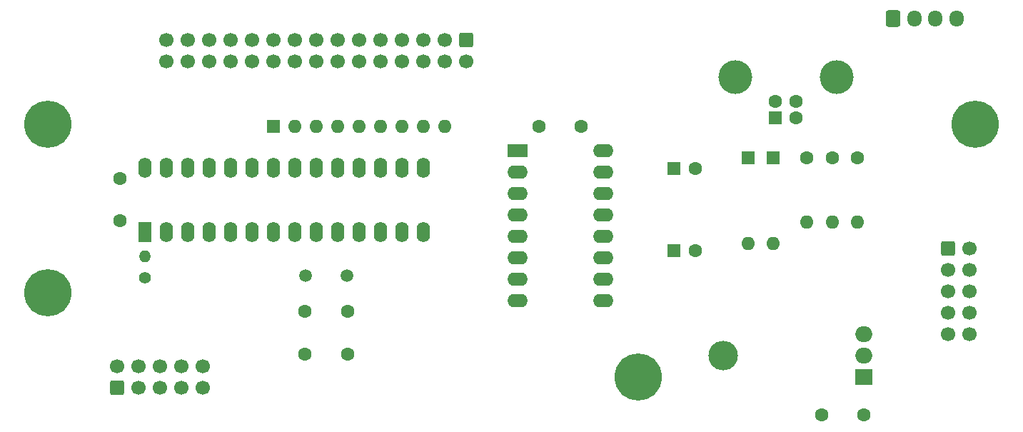
<source format=gbr>
%TF.GenerationSoftware,KiCad,Pcbnew,(6.0.4)*%
%TF.CreationDate,2023-02-09T14:30:41+01:00*%
%TF.ProjectId,Processor_Board,50726f63-6573-4736-9f72-5f426f617264,rev?*%
%TF.SameCoordinates,Original*%
%TF.FileFunction,Soldermask,Bot*%
%TF.FilePolarity,Negative*%
%FSLAX46Y46*%
G04 Gerber Fmt 4.6, Leading zero omitted, Abs format (unit mm)*
G04 Created by KiCad (PCBNEW (6.0.4)) date 2023-02-09 14:30:41*
%MOMM*%
%LPD*%
G01*
G04 APERTURE LIST*
G04 Aperture macros list*
%AMRoundRect*
0 Rectangle with rounded corners*
0 $1 Rounding radius*
0 $2 $3 $4 $5 $6 $7 $8 $9 X,Y pos of 4 corners*
0 Add a 4 corners polygon primitive as box body*
4,1,4,$2,$3,$4,$5,$6,$7,$8,$9,$2,$3,0*
0 Add four circle primitives for the rounded corners*
1,1,$1+$1,$2,$3*
1,1,$1+$1,$4,$5*
1,1,$1+$1,$6,$7*
1,1,$1+$1,$8,$9*
0 Add four rect primitives between the rounded corners*
20,1,$1+$1,$2,$3,$4,$5,0*
20,1,$1+$1,$4,$5,$6,$7,0*
20,1,$1+$1,$6,$7,$8,$9,0*
20,1,$1+$1,$8,$9,$2,$3,0*%
G04 Aperture macros list end*
%ADD10R,1.600000X1.600000*%
%ADD11C,1.600000*%
%ADD12RoundRect,0.250000X-0.600000X-0.725000X0.600000X-0.725000X0.600000X0.725000X-0.600000X0.725000X0*%
%ADD13O,1.700000X1.950000*%
%ADD14O,1.600000X1.600000*%
%ADD15C,5.600000*%
%ADD16C,1.400000*%
%ADD17O,1.400000X1.400000*%
%ADD18RoundRect,0.250000X-0.600000X0.600000X-0.600000X-0.600000X0.600000X-0.600000X0.600000X0.600000X0*%
%ADD19C,1.700000*%
%ADD20O,3.500000X3.500000*%
%ADD21R,2.000000X1.905000*%
%ADD22O,2.000000X1.905000*%
%ADD23RoundRect,0.250000X0.600000X-0.600000X0.600000X0.600000X-0.600000X0.600000X-0.600000X-0.600000X0*%
%ADD24C,1.500000*%
%ADD25RoundRect,0.250000X-0.600000X-0.600000X0.600000X-0.600000X0.600000X0.600000X-0.600000X0.600000X0*%
%ADD26C,4.000000*%
%ADD27R,2.400000X1.600000*%
%ADD28O,2.400000X1.600000*%
%ADD29R,1.600000X2.400000*%
%ADD30O,1.600000X2.400000*%
G04 APERTURE END LIST*
D10*
%TO.C,C7*%
X114250000Y-135250000D03*
D11*
X116750000Y-135250000D03*
%TD*%
D10*
%TO.C,C6*%
X114250000Y-145000000D03*
D11*
X116750000Y-145000000D03*
%TD*%
D12*
%TO.C,J5*%
X140250000Y-117500000D03*
D13*
X142750000Y-117500000D03*
X145250000Y-117500000D03*
X147750000Y-117500000D03*
%TD*%
D11*
%TO.C,R2*%
X136000000Y-134000000D03*
D14*
X136000000Y-141620000D03*
%TD*%
D15*
%TO.C,H3*%
X110000000Y-160000000D03*
%TD*%
D16*
%TO.C,R1*%
X51500000Y-148220000D03*
D17*
X51500000Y-145680000D03*
%TD*%
D10*
%TO.C,D1*%
X123000000Y-134000000D03*
D14*
X123000000Y-144160000D03*
%TD*%
D18*
%TO.C,J1*%
X89560000Y-120000000D03*
D19*
X89560000Y-122540000D03*
X87020000Y-120000000D03*
X87020000Y-122540000D03*
X84480000Y-120000000D03*
X84480000Y-122540000D03*
X81940000Y-120000000D03*
X81940000Y-122540000D03*
X79400000Y-120000000D03*
X79400000Y-122540000D03*
X76860000Y-120000000D03*
X76860000Y-122540000D03*
X74320000Y-120000000D03*
X74320000Y-122540000D03*
X71780000Y-120000000D03*
X71780000Y-122540000D03*
X69240000Y-120000000D03*
X69240000Y-122540000D03*
X66700000Y-120000000D03*
X66700000Y-122540000D03*
X64160000Y-120000000D03*
X64160000Y-122540000D03*
X61620000Y-120000000D03*
X61620000Y-122540000D03*
X59080000Y-120000000D03*
X59080000Y-122540000D03*
X56540000Y-120000000D03*
X56540000Y-122540000D03*
X54000000Y-120000000D03*
X54000000Y-122540000D03*
%TD*%
D20*
%TO.C,U2*%
X120070000Y-157500000D03*
D21*
X136730000Y-160040000D03*
D22*
X136730000Y-157500000D03*
X136730000Y-154960000D03*
%TD*%
D23*
%TO.C,J3*%
X48170000Y-161252500D03*
D19*
X48170000Y-158712500D03*
X50710000Y-161252500D03*
X50710000Y-158712500D03*
X53250000Y-161252500D03*
X53250000Y-158712500D03*
X55790000Y-161252500D03*
X55790000Y-158712500D03*
X58330000Y-161252500D03*
X58330000Y-158712500D03*
%TD*%
D15*
%TO.C,H4*%
X40000000Y-150000000D03*
%TD*%
D11*
%TO.C,C4*%
X48500000Y-141500000D03*
X48500000Y-136500000D03*
%TD*%
D10*
%TO.C,RN1*%
X66750000Y-130250000D03*
D14*
X69290000Y-130250000D03*
X71830000Y-130250000D03*
X74370000Y-130250000D03*
X76910000Y-130250000D03*
X79450000Y-130250000D03*
X81990000Y-130250000D03*
X84530000Y-130250000D03*
X87070000Y-130250000D03*
%TD*%
D11*
%TO.C,C5*%
X131750000Y-164500000D03*
X136750000Y-164500000D03*
%TD*%
D15*
%TO.C,H1*%
X40000000Y-130000000D03*
%TD*%
D24*
%TO.C,Y1*%
X75450000Y-148000000D03*
X70550000Y-148000000D03*
%TD*%
D25*
%TO.C,J4*%
X146750000Y-144750000D03*
D19*
X149290000Y-144750000D03*
X146750000Y-147290000D03*
X149290000Y-147290000D03*
X146750000Y-149830000D03*
X149290000Y-149830000D03*
X146750000Y-152370000D03*
X149290000Y-152370000D03*
X146750000Y-154910000D03*
X149290000Y-154910000D03*
%TD*%
D10*
%TO.C,J2*%
X126250000Y-129287500D03*
D11*
X128750000Y-129287500D03*
X128750000Y-127287500D03*
X126250000Y-127287500D03*
D26*
X133500000Y-124427500D03*
X121500000Y-124427500D03*
%TD*%
D11*
%TO.C,R3*%
X133000000Y-134000000D03*
D14*
X133000000Y-141620000D03*
%TD*%
D11*
%TO.C,C2*%
X70500000Y-157250000D03*
X70500000Y-152250000D03*
%TD*%
D27*
%TO.C,U3*%
X95675000Y-133125000D03*
D28*
X95675000Y-135665000D03*
X95675000Y-138205000D03*
X95675000Y-140745000D03*
X95675000Y-143285000D03*
X95675000Y-145825000D03*
X95675000Y-148365000D03*
X95675000Y-150905000D03*
X105835000Y-150905000D03*
X105835000Y-148365000D03*
X105835000Y-145825000D03*
X105835000Y-143285000D03*
X105835000Y-140745000D03*
X105835000Y-138205000D03*
X105835000Y-135665000D03*
X105835000Y-133125000D03*
%TD*%
D11*
%TO.C,C3*%
X75500000Y-157250000D03*
X75500000Y-152250000D03*
%TD*%
%TO.C,C1*%
X103250000Y-130250000D03*
X98250000Y-130250000D03*
%TD*%
D15*
%TO.C,H2*%
X150000000Y-130000000D03*
%TD*%
D11*
%TO.C,R4*%
X130000000Y-134000000D03*
D14*
X130000000Y-141620000D03*
%TD*%
D10*
%TO.C,D2*%
X126000000Y-134000000D03*
D14*
X126000000Y-144160000D03*
%TD*%
D29*
%TO.C,U1*%
X51460000Y-142825000D03*
D30*
X54000000Y-142825000D03*
X56540000Y-142825000D03*
X59080000Y-142825000D03*
X61620000Y-142825000D03*
X64160000Y-142825000D03*
X66700000Y-142825000D03*
X69240000Y-142825000D03*
X71780000Y-142825000D03*
X74320000Y-142825000D03*
X76860000Y-142825000D03*
X79400000Y-142825000D03*
X81940000Y-142825000D03*
X84480000Y-142825000D03*
X84480000Y-135205000D03*
X81940000Y-135205000D03*
X79400000Y-135205000D03*
X76860000Y-135205000D03*
X74320000Y-135205000D03*
X71780000Y-135205000D03*
X69240000Y-135205000D03*
X66700000Y-135205000D03*
X64160000Y-135205000D03*
X61620000Y-135205000D03*
X59080000Y-135205000D03*
X56540000Y-135205000D03*
X54000000Y-135205000D03*
X51460000Y-135205000D03*
%TD*%
M02*

</source>
